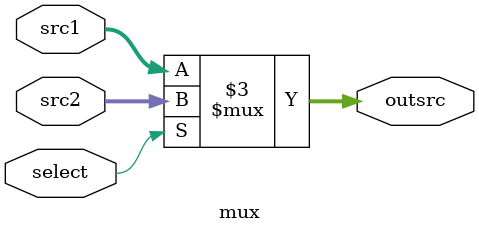
<source format=v>
`timescale 1ns / 1ps
`include "define.v"

module mux(
    input wire select,
    input wire [31:0] src1, src2,
    
    output reg [31:0] outsrc
);

    always @(*) begin
        outsrc <= select == 0 ? src1 : src2;
    end 
endmodule

</source>
